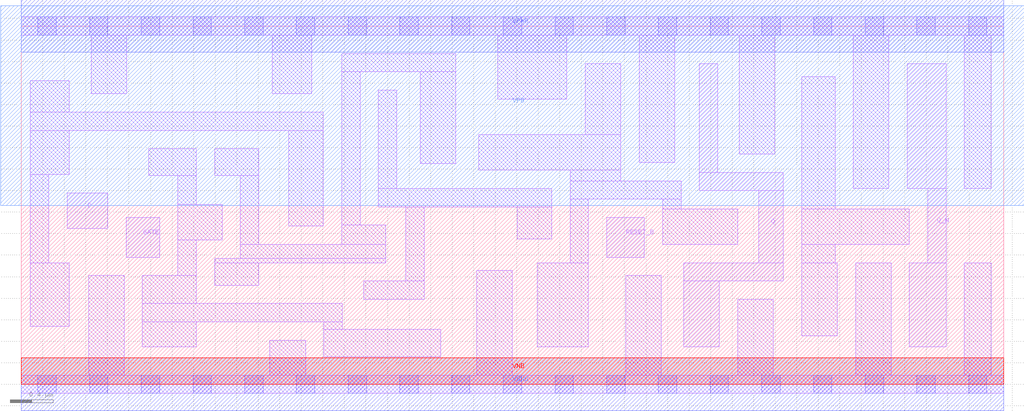
<source format=lef>
# Copyright 2020 The SkyWater PDK Authors
#
# Licensed under the Apache License, Version 2.0 (the "License");
# you may not use this file except in compliance with the License.
# You may obtain a copy of the License at
#
#     https://www.apache.org/licenses/LICENSE-2.0
#
# Unless required by applicable law or agreed to in writing, software
# distributed under the License is distributed on an "AS IS" BASIS,
# WITHOUT WARRANTIES OR CONDITIONS OF ANY KIND, either express or implied.
# See the License for the specific language governing permissions and
# limitations under the License.
#
# SPDX-License-Identifier: Apache-2.0

VERSION 5.7 ;
  NOWIREEXTENSIONATPIN ON ;
  DIVIDERCHAR "/" ;
  BUSBITCHARS "[]" ;
MACRO sky130_fd_sc_ls__dlrbp_2
  CLASS CORE ;
  FOREIGN sky130_fd_sc_ls__dlrbp_2 ;
  ORIGIN  0.000000  0.000000 ;
  SIZE  9.120000 BY  3.330000 ;
  SYMMETRY X Y ;
  SITE unit ;
  PIN D
    ANTENNAGATEAREA  0.208500 ;
    DIRECTION INPUT ;
    USE SIGNAL ;
    PORT
      LAYER li1 ;
        RECT 0.425000 1.450000 0.805000 1.780000 ;
    END
  END D
  PIN Q
    ANTENNADIFFAREA  0.543200 ;
    DIRECTION OUTPUT ;
    USE SIGNAL ;
    PORT
      LAYER li1 ;
        RECT 6.150000 0.350000 6.480000 0.960000 ;
        RECT 6.150000 0.960000 7.075000 1.130000 ;
        RECT 6.295000 1.800000 7.075000 1.970000 ;
        RECT 6.295000 1.970000 6.465000 2.980000 ;
        RECT 6.845000 1.130000 7.075000 1.800000 ;
    END
  END Q
  PIN Q_N
    ANTENNADIFFAREA  0.543200 ;
    DIRECTION OUTPUT ;
    USE SIGNAL ;
    PORT
      LAYER li1 ;
        RECT 8.225000 1.820000 8.585000 2.980000 ;
        RECT 8.245000 0.350000 8.585000 1.130000 ;
        RECT 8.415000 1.130000 8.585000 1.820000 ;
    END
  END Q_N
  PIN RESET_B
    ANTENNAGATEAREA  0.279000 ;
    DIRECTION INPUT ;
    USE SIGNAL ;
    PORT
      LAYER li1 ;
        RECT 5.435000 1.180000 5.785000 1.550000 ;
    END
  END RESET_B
  PIN GATE
    ANTENNAGATEAREA  0.237000 ;
    DIRECTION INPUT ;
    USE CLOCK ;
    PORT
      LAYER li1 ;
        RECT 0.975000 1.180000 1.285000 1.550000 ;
    END
  END GATE
  PIN VGND
    DIRECTION INOUT ;
    SHAPE ABUTMENT ;
    USE GROUND ;
    PORT
      LAYER met1 ;
        RECT 0.000000 -0.245000 9.120000 0.245000 ;
    END
  END VGND
  PIN VNB
    DIRECTION INOUT ;
    USE GROUND ;
    PORT
      LAYER pwell ;
        RECT 0.000000 0.000000 9.120000 0.245000 ;
    END
  END VNB
  PIN VPB
    DIRECTION INOUT ;
    USE POWER ;
    PORT
      LAYER nwell ;
        RECT -0.190000 1.660000 9.310000 3.520000 ;
    END
  END VPB
  PIN VPWR
    DIRECTION INOUT ;
    SHAPE ABUTMENT ;
    USE POWER ;
    PORT
      LAYER met1 ;
        RECT 0.000000 3.085000 9.120000 3.575000 ;
    END
  END VPWR
  OBS
    LAYER li1 ;
      RECT 0.000000 -0.085000 9.120000 0.085000 ;
      RECT 0.000000  3.245000 9.120000 3.415000 ;
      RECT 0.085000  0.540000 0.445000 1.130000 ;
      RECT 0.085000  1.130000 0.255000 1.950000 ;
      RECT 0.085000  1.950000 0.445000 2.360000 ;
      RECT 0.085000  2.360000 2.805000 2.530000 ;
      RECT 0.085000  2.530000 0.445000 2.820000 ;
      RECT 0.625000  0.085000 0.955000 1.010000 ;
      RECT 0.650000  2.700000 0.980000 3.245000 ;
      RECT 1.125000  0.350000 1.625000 0.580000 ;
      RECT 1.125000  0.580000 2.980000 0.750000 ;
      RECT 1.125000  0.750000 1.625000 1.010000 ;
      RECT 1.185000  1.940000 1.625000 2.190000 ;
      RECT 1.455000  1.010000 1.625000 1.340000 ;
      RECT 1.455000  1.340000 1.865000 1.670000 ;
      RECT 1.455000  1.670000 1.625000 1.940000 ;
      RECT 1.795000  0.920000 2.205000 1.130000 ;
      RECT 1.795000  1.130000 3.385000 1.170000 ;
      RECT 1.795000  1.940000 2.205000 2.190000 ;
      RECT 2.035000  1.170000 3.385000 1.300000 ;
      RECT 2.035000  1.300000 2.205000 1.940000 ;
      RECT 2.305000  0.085000 2.640000 0.410000 ;
      RECT 2.330000  2.700000 2.695000 3.245000 ;
      RECT 2.485000  1.470000 2.805000 2.360000 ;
      RECT 2.810000  0.255000 3.895000 0.510000 ;
      RECT 2.810000  0.510000 2.980000 0.580000 ;
      RECT 2.975000  1.300000 3.385000 1.480000 ;
      RECT 2.975000  1.480000 3.145000 2.905000 ;
      RECT 2.975000  2.905000 4.035000 3.075000 ;
      RECT 3.180000  0.790000 3.740000 0.960000 ;
      RECT 3.315000  1.650000 4.925000 1.820000 ;
      RECT 3.315000  1.820000 3.485000 2.735000 ;
      RECT 3.570000  0.960000 3.740000 1.650000 ;
      RECT 3.705000  2.050000 4.035000 2.905000 ;
      RECT 4.230000  0.085000 4.560000 1.060000 ;
      RECT 4.245000  1.990000 5.565000 2.320000 ;
      RECT 4.425000  2.650000 5.065000 3.245000 ;
      RECT 4.605000  1.350000 4.925000 1.650000 ;
      RECT 4.790000  0.350000 5.265000 1.130000 ;
      RECT 5.095000  1.130000 5.265000 1.720000 ;
      RECT 5.095000  1.720000 6.125000 1.890000 ;
      RECT 5.095000  1.890000 5.565000 1.990000 ;
      RECT 5.235000  2.320000 5.565000 2.980000 ;
      RECT 5.610000  0.085000 5.940000 1.010000 ;
      RECT 5.735000  2.060000 6.065000 3.245000 ;
      RECT 5.955000  1.300000 6.650000 1.630000 ;
      RECT 5.955000  1.630000 6.125000 1.720000 ;
      RECT 6.650000  0.085000 6.980000 0.790000 ;
      RECT 6.665000  2.140000 6.995000 3.245000 ;
      RECT 7.245000  0.450000 7.575000 1.130000 ;
      RECT 7.245000  1.130000 7.555000 1.300000 ;
      RECT 7.245000  1.300000 8.245000 1.630000 ;
      RECT 7.245000  1.630000 7.555000 2.860000 ;
      RECT 7.725000  1.820000 8.055000 3.245000 ;
      RECT 7.745000  0.085000 8.075000 1.130000 ;
      RECT 8.755000  0.085000 9.005000 1.130000 ;
      RECT 8.755000  1.820000 9.005000 3.245000 ;
    LAYER mcon ;
      RECT 0.155000 -0.085000 0.325000 0.085000 ;
      RECT 0.155000  3.245000 0.325000 3.415000 ;
      RECT 0.635000 -0.085000 0.805000 0.085000 ;
      RECT 0.635000  3.245000 0.805000 3.415000 ;
      RECT 1.115000 -0.085000 1.285000 0.085000 ;
      RECT 1.115000  3.245000 1.285000 3.415000 ;
      RECT 1.595000 -0.085000 1.765000 0.085000 ;
      RECT 1.595000  3.245000 1.765000 3.415000 ;
      RECT 2.075000 -0.085000 2.245000 0.085000 ;
      RECT 2.075000  3.245000 2.245000 3.415000 ;
      RECT 2.555000 -0.085000 2.725000 0.085000 ;
      RECT 2.555000  3.245000 2.725000 3.415000 ;
      RECT 3.035000 -0.085000 3.205000 0.085000 ;
      RECT 3.035000  3.245000 3.205000 3.415000 ;
      RECT 3.515000 -0.085000 3.685000 0.085000 ;
      RECT 3.515000  3.245000 3.685000 3.415000 ;
      RECT 3.995000 -0.085000 4.165000 0.085000 ;
      RECT 3.995000  3.245000 4.165000 3.415000 ;
      RECT 4.475000 -0.085000 4.645000 0.085000 ;
      RECT 4.475000  3.245000 4.645000 3.415000 ;
      RECT 4.955000 -0.085000 5.125000 0.085000 ;
      RECT 4.955000  3.245000 5.125000 3.415000 ;
      RECT 5.435000 -0.085000 5.605000 0.085000 ;
      RECT 5.435000  3.245000 5.605000 3.415000 ;
      RECT 5.915000 -0.085000 6.085000 0.085000 ;
      RECT 5.915000  3.245000 6.085000 3.415000 ;
      RECT 6.395000 -0.085000 6.565000 0.085000 ;
      RECT 6.395000  3.245000 6.565000 3.415000 ;
      RECT 6.875000 -0.085000 7.045000 0.085000 ;
      RECT 6.875000  3.245000 7.045000 3.415000 ;
      RECT 7.355000 -0.085000 7.525000 0.085000 ;
      RECT 7.355000  3.245000 7.525000 3.415000 ;
      RECT 7.835000 -0.085000 8.005000 0.085000 ;
      RECT 7.835000  3.245000 8.005000 3.415000 ;
      RECT 8.315000 -0.085000 8.485000 0.085000 ;
      RECT 8.315000  3.245000 8.485000 3.415000 ;
      RECT 8.795000 -0.085000 8.965000 0.085000 ;
      RECT 8.795000  3.245000 8.965000 3.415000 ;
  END
END sky130_fd_sc_ls__dlrbp_2
END LIBRARY

</source>
